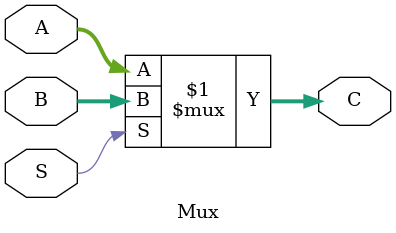
<source format=v>


module Mux(
    input [31:0] A,
    input [31:0] B,
    input S,
    output [31:0] C
    );
    
    assign C = (S) ? B:A;
endmodule

</source>
